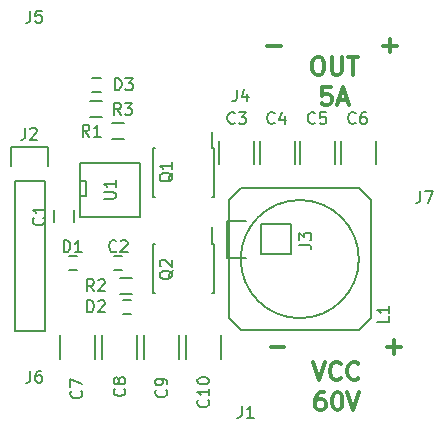
<source format=gto>
G04 #@! TF.GenerationSoftware,KiCad,Pcbnew,(2017-08-08 revision 53204e097)-makepkg*
G04 #@! TF.CreationDate,2017-10-18T16:30:53+02:00*
G04 #@! TF.ProjectId,LM510401A,4C4D353130343031412E6B696361645F,rev?*
G04 #@! TF.SameCoordinates,Original*
G04 #@! TF.FileFunction,Legend,Top*
G04 #@! TF.FilePolarity,Positive*
%FSLAX46Y46*%
G04 Gerber Fmt 4.6, Leading zero omitted, Abs format (unit mm)*
G04 Created by KiCad (PCBNEW (2017-08-08 revision 53204e097)-makepkg) date 10/18/17 16:30:53*
%MOMM*%
%LPD*%
G01*
G04 APERTURE LIST*
%ADD10C,0.300000*%
%ADD11C,0.150000*%
G04 APERTURE END LIST*
D10*
X142970500Y-111378071D02*
X143470500Y-112878071D01*
X143970500Y-111378071D01*
X145327642Y-112735214D02*
X145256214Y-112806642D01*
X145041928Y-112878071D01*
X144899071Y-112878071D01*
X144684785Y-112806642D01*
X144541928Y-112663785D01*
X144470500Y-112520928D01*
X144399071Y-112235214D01*
X144399071Y-112020928D01*
X144470500Y-111735214D01*
X144541928Y-111592357D01*
X144684785Y-111449500D01*
X144899071Y-111378071D01*
X145041928Y-111378071D01*
X145256214Y-111449500D01*
X145327642Y-111520928D01*
X146827642Y-112735214D02*
X146756214Y-112806642D01*
X146541928Y-112878071D01*
X146399071Y-112878071D01*
X146184785Y-112806642D01*
X146041928Y-112663785D01*
X145970500Y-112520928D01*
X145899071Y-112235214D01*
X145899071Y-112020928D01*
X145970500Y-111735214D01*
X146041928Y-111592357D01*
X146184785Y-111449500D01*
X146399071Y-111378071D01*
X146541928Y-111378071D01*
X146756214Y-111449500D01*
X146827642Y-111520928D01*
X143899071Y-113928071D02*
X143613357Y-113928071D01*
X143470500Y-113999500D01*
X143399071Y-114070928D01*
X143256214Y-114285214D01*
X143184785Y-114570928D01*
X143184785Y-115142357D01*
X143256214Y-115285214D01*
X143327642Y-115356642D01*
X143470500Y-115428071D01*
X143756214Y-115428071D01*
X143899071Y-115356642D01*
X143970500Y-115285214D01*
X144041928Y-115142357D01*
X144041928Y-114785214D01*
X143970500Y-114642357D01*
X143899071Y-114570928D01*
X143756214Y-114499500D01*
X143470500Y-114499500D01*
X143327642Y-114570928D01*
X143256214Y-114642357D01*
X143184785Y-114785214D01*
X144970500Y-113928071D02*
X145113357Y-113928071D01*
X145256214Y-113999500D01*
X145327642Y-114070928D01*
X145399071Y-114213785D01*
X145470500Y-114499500D01*
X145470500Y-114856642D01*
X145399071Y-115142357D01*
X145327642Y-115285214D01*
X145256214Y-115356642D01*
X145113357Y-115428071D01*
X144970500Y-115428071D01*
X144827642Y-115356642D01*
X144756214Y-115285214D01*
X144684785Y-115142357D01*
X144613357Y-114856642D01*
X144613357Y-114499500D01*
X144684785Y-114213785D01*
X144756214Y-114070928D01*
X144827642Y-113999500D01*
X144970500Y-113928071D01*
X145899071Y-113928071D02*
X146399071Y-115428071D01*
X146899071Y-113928071D01*
X143280000Y-85533571D02*
X143565714Y-85533571D01*
X143708571Y-85605000D01*
X143851428Y-85747857D01*
X143922857Y-86033571D01*
X143922857Y-86533571D01*
X143851428Y-86819285D01*
X143708571Y-86962142D01*
X143565714Y-87033571D01*
X143280000Y-87033571D01*
X143137142Y-86962142D01*
X142994285Y-86819285D01*
X142922857Y-86533571D01*
X142922857Y-86033571D01*
X142994285Y-85747857D01*
X143137142Y-85605000D01*
X143280000Y-85533571D01*
X144565714Y-85533571D02*
X144565714Y-86747857D01*
X144637142Y-86890714D01*
X144708571Y-86962142D01*
X144851428Y-87033571D01*
X145137142Y-87033571D01*
X145280000Y-86962142D01*
X145351428Y-86890714D01*
X145422857Y-86747857D01*
X145422857Y-85533571D01*
X145922857Y-85533571D02*
X146780000Y-85533571D01*
X146351428Y-87033571D02*
X146351428Y-85533571D01*
X144494285Y-88083571D02*
X143780000Y-88083571D01*
X143708571Y-88797857D01*
X143780000Y-88726428D01*
X143922857Y-88655000D01*
X144280000Y-88655000D01*
X144422857Y-88726428D01*
X144494285Y-88797857D01*
X144565714Y-88940714D01*
X144565714Y-89297857D01*
X144494285Y-89440714D01*
X144422857Y-89512142D01*
X144280000Y-89583571D01*
X143922857Y-89583571D01*
X143780000Y-89512142D01*
X143708571Y-89440714D01*
X145137142Y-89155000D02*
X145851428Y-89155000D01*
X144994285Y-89583571D02*
X145494285Y-88083571D01*
X145994285Y-89583571D01*
X150407000Y-110065357D02*
X149264142Y-110065357D01*
X149835571Y-109493928D02*
X149835571Y-110636785D01*
X140549857Y-110065357D02*
X139407000Y-110065357D01*
X139089500Y-84562142D02*
X140232357Y-84562142D01*
X148946642Y-84562142D02*
X150089500Y-84562142D01*
X149518071Y-85133571D02*
X149518071Y-83990714D01*
D11*
X134578800Y-101353800D02*
X134433800Y-101353800D01*
X134578800Y-105503800D02*
X134433800Y-105503800D01*
X129428800Y-105503800D02*
X129573800Y-105503800D01*
X129428800Y-101353800D02*
X129573800Y-101353800D01*
X134578800Y-101353800D02*
X134578800Y-105503800D01*
X129428800Y-101353800D02*
X129428800Y-105503800D01*
X134433800Y-101353800D02*
X134433800Y-99953800D01*
X123032000Y-103597000D02*
X122332000Y-103597000D01*
X122332000Y-102397000D02*
X123032000Y-102397000D01*
X138557000Y-99695000D02*
X141097000Y-99695000D01*
X135737000Y-99415000D02*
X137287000Y-99415000D01*
X138557000Y-99695000D02*
X138557000Y-102235000D01*
X137287000Y-102515000D02*
X135737000Y-102515000D01*
X135737000Y-102515000D02*
X135737000Y-99415000D01*
X138557000Y-102235000D02*
X141097000Y-102235000D01*
X141097000Y-102235000D02*
X141097000Y-99695000D01*
X126853200Y-106080000D02*
X127553200Y-106080000D01*
X127553200Y-107280000D02*
X126853200Y-107280000D01*
X124987800Y-88484000D02*
X124287800Y-88484000D01*
X124287800Y-87284000D02*
X124987800Y-87284000D01*
X146860260Y-102641400D02*
G75*
G03X146860260Y-102641400I-5001260J0D01*
G01*
X135859520Y-102641400D02*
X135859520Y-97640140D01*
X135859520Y-97640140D02*
X136857740Y-96641920D01*
X136857740Y-96641920D02*
X146860260Y-96641920D01*
X146860260Y-96641920D02*
X147858480Y-97640140D01*
X147858480Y-97640140D02*
X147858480Y-107642660D01*
X147858480Y-107642660D02*
X146860260Y-108640880D01*
X146860260Y-108640880D02*
X136857740Y-108640880D01*
X136857740Y-108640880D02*
X135859520Y-107642660D01*
X135859520Y-107642660D02*
X135859520Y-102641400D01*
X125941200Y-91120600D02*
X126941200Y-91120600D01*
X126941200Y-92470600D02*
X125941200Y-92470600D01*
X126677800Y-104252400D02*
X127677800Y-104252400D01*
X127677800Y-105602400D02*
X126677800Y-105602400D01*
X124137800Y-89266400D02*
X125137800Y-89266400D01*
X125137800Y-90616400D02*
X124137800Y-90616400D01*
X123266200Y-94513400D02*
X128346200Y-94513400D01*
X128346200Y-94513400D02*
X128346200Y-99085400D01*
X128346200Y-99085400D02*
X123266200Y-99085400D01*
X123266200Y-99085400D02*
X123266200Y-94513400D01*
X123266200Y-96037400D02*
X123774200Y-96037400D01*
X123774200Y-96037400D02*
X123774200Y-97307400D01*
X123774200Y-97307400D02*
X123266200Y-97307400D01*
X121044600Y-98483800D02*
X121044600Y-99483800D01*
X122744600Y-99483800D02*
X122744600Y-98483800D01*
X126091200Y-102397000D02*
X126791200Y-102397000D01*
X126791200Y-103597000D02*
X126091200Y-103597000D01*
X138479000Y-92624400D02*
X138479000Y-94624400D01*
X141429000Y-94624400D02*
X141429000Y-92624400D01*
X144832600Y-94624400D02*
X144832600Y-92624400D01*
X141882600Y-92624400D02*
X141882600Y-94624400D01*
X145337000Y-92624400D02*
X145337000Y-94624400D01*
X148287000Y-94624400D02*
X148287000Y-92624400D01*
X135050000Y-92624400D02*
X135050000Y-94624400D01*
X138000000Y-94624400D02*
X138000000Y-92624400D01*
X134433800Y-93251200D02*
X134433800Y-91851200D01*
X129428800Y-93251200D02*
X129428800Y-97401200D01*
X134578800Y-93251200D02*
X134578800Y-97401200D01*
X129428800Y-93251200D02*
X129573800Y-93251200D01*
X129428800Y-97401200D02*
X129573800Y-97401200D01*
X134578800Y-97401200D02*
X134433800Y-97401200D01*
X134578800Y-93251200D02*
X134433800Y-93251200D01*
X124538000Y-111109000D02*
X124538000Y-109109000D01*
X121588000Y-109109000D02*
X121588000Y-111109000D01*
X128094000Y-111109000D02*
X128094000Y-109109000D01*
X125144000Y-109109000D02*
X125144000Y-111109000D01*
X131611900Y-111070900D02*
X131611900Y-109070900D01*
X128661900Y-109070900D02*
X128661900Y-111070900D01*
X132217900Y-109070900D02*
X132217900Y-111070900D01*
X135167900Y-111070900D02*
X135167900Y-109070900D01*
X120269000Y-96012000D02*
X120269000Y-108712000D01*
X120269000Y-108712000D02*
X117729000Y-108712000D01*
X117729000Y-108712000D02*
X117729000Y-96012000D01*
X120549000Y-93192000D02*
X120549000Y-94742000D01*
X120269000Y-96012000D02*
X117729000Y-96012000D01*
X117449000Y-94742000D02*
X117449000Y-93192000D01*
X117449000Y-93192000D02*
X120549000Y-93192000D01*
X131103619Y-103600238D02*
X131056000Y-103695476D01*
X130960761Y-103790714D01*
X130817904Y-103933571D01*
X130770285Y-104028809D01*
X130770285Y-104124047D01*
X131008380Y-104076428D02*
X130960761Y-104171666D01*
X130865523Y-104266904D01*
X130675047Y-104314523D01*
X130341714Y-104314523D01*
X130151238Y-104266904D01*
X130056000Y-104171666D01*
X130008380Y-104076428D01*
X130008380Y-103885952D01*
X130056000Y-103790714D01*
X130151238Y-103695476D01*
X130341714Y-103647857D01*
X130675047Y-103647857D01*
X130865523Y-103695476D01*
X130960761Y-103790714D01*
X131008380Y-103885952D01*
X131008380Y-104076428D01*
X130103619Y-103266904D02*
X130056000Y-103219285D01*
X130008380Y-103124047D01*
X130008380Y-102885952D01*
X130056000Y-102790714D01*
X130103619Y-102743095D01*
X130198857Y-102695476D01*
X130294095Y-102695476D01*
X130436952Y-102743095D01*
X131008380Y-103314523D01*
X131008380Y-102695476D01*
X121867704Y-102052380D02*
X121867704Y-101052380D01*
X122105800Y-101052380D01*
X122248657Y-101100000D01*
X122343895Y-101195238D01*
X122391514Y-101290476D01*
X122439133Y-101480952D01*
X122439133Y-101623809D01*
X122391514Y-101814285D01*
X122343895Y-101909523D01*
X122248657Y-102004761D01*
X122105800Y-102052380D01*
X121867704Y-102052380D01*
X123391514Y-102052380D02*
X122820085Y-102052380D01*
X123105800Y-102052380D02*
X123105800Y-101052380D01*
X123010561Y-101195238D01*
X122915323Y-101290476D01*
X122820085Y-101338095D01*
X141819380Y-101425333D02*
X142533666Y-101425333D01*
X142676523Y-101472952D01*
X142771761Y-101568190D01*
X142819380Y-101711047D01*
X142819380Y-101806285D01*
X141819380Y-101044380D02*
X141819380Y-100425333D01*
X142200333Y-100758666D01*
X142200333Y-100615809D01*
X142247952Y-100520571D01*
X142295571Y-100472952D01*
X142390809Y-100425333D01*
X142628904Y-100425333D01*
X142724142Y-100472952D01*
X142771761Y-100520571D01*
X142819380Y-100615809D01*
X142819380Y-100901523D01*
X142771761Y-100996761D01*
X142724142Y-101044380D01*
X123848904Y-107132380D02*
X123848904Y-106132380D01*
X124087000Y-106132380D01*
X124229857Y-106180000D01*
X124325095Y-106275238D01*
X124372714Y-106370476D01*
X124420333Y-106560952D01*
X124420333Y-106703809D01*
X124372714Y-106894285D01*
X124325095Y-106989523D01*
X124229857Y-107084761D01*
X124087000Y-107132380D01*
X123848904Y-107132380D01*
X124801285Y-106227619D02*
X124848904Y-106180000D01*
X124944142Y-106132380D01*
X125182238Y-106132380D01*
X125277476Y-106180000D01*
X125325095Y-106227619D01*
X125372714Y-106322857D01*
X125372714Y-106418095D01*
X125325095Y-106560952D01*
X124753666Y-107132380D01*
X125372714Y-107132380D01*
X126198404Y-88336380D02*
X126198404Y-87336380D01*
X126436500Y-87336380D01*
X126579357Y-87384000D01*
X126674595Y-87479238D01*
X126722214Y-87574476D01*
X126769833Y-87764952D01*
X126769833Y-87907809D01*
X126722214Y-88098285D01*
X126674595Y-88193523D01*
X126579357Y-88288761D01*
X126436500Y-88336380D01*
X126198404Y-88336380D01*
X127103166Y-87336380D02*
X127722214Y-87336380D01*
X127388880Y-87717333D01*
X127531738Y-87717333D01*
X127626976Y-87764952D01*
X127674595Y-87812571D01*
X127722214Y-87907809D01*
X127722214Y-88145904D01*
X127674595Y-88241142D01*
X127626976Y-88288761D01*
X127531738Y-88336380D01*
X127246023Y-88336380D01*
X127150785Y-88288761D01*
X127103166Y-88241142D01*
X149423380Y-107481666D02*
X149423380Y-107957857D01*
X148423380Y-107957857D01*
X149423380Y-106624523D02*
X149423380Y-107195952D01*
X149423380Y-106910238D02*
X148423380Y-106910238D01*
X148566238Y-107005476D01*
X148661476Y-107100714D01*
X148709095Y-107195952D01*
X124039333Y-92273380D02*
X123706000Y-91797190D01*
X123467904Y-92273380D02*
X123467904Y-91273380D01*
X123848857Y-91273380D01*
X123944095Y-91321000D01*
X123991714Y-91368619D01*
X124039333Y-91463857D01*
X124039333Y-91606714D01*
X123991714Y-91701952D01*
X123944095Y-91749571D01*
X123848857Y-91797190D01*
X123467904Y-91797190D01*
X124991714Y-92273380D02*
X124420285Y-92273380D01*
X124706000Y-92273380D02*
X124706000Y-91273380D01*
X124610761Y-91416238D01*
X124515523Y-91511476D01*
X124420285Y-91559095D01*
X124420333Y-105354380D02*
X124087000Y-104878190D01*
X123848904Y-105354380D02*
X123848904Y-104354380D01*
X124229857Y-104354380D01*
X124325095Y-104402000D01*
X124372714Y-104449619D01*
X124420333Y-104544857D01*
X124420333Y-104687714D01*
X124372714Y-104782952D01*
X124325095Y-104830571D01*
X124229857Y-104878190D01*
X123848904Y-104878190D01*
X124801285Y-104449619D02*
X124848904Y-104402000D01*
X124944142Y-104354380D01*
X125182238Y-104354380D01*
X125277476Y-104402000D01*
X125325095Y-104449619D01*
X125372714Y-104544857D01*
X125372714Y-104640095D01*
X125325095Y-104782952D01*
X124753666Y-105354380D01*
X125372714Y-105354380D01*
X126706333Y-90431880D02*
X126373000Y-89955690D01*
X126134904Y-90431880D02*
X126134904Y-89431880D01*
X126515857Y-89431880D01*
X126611095Y-89479500D01*
X126658714Y-89527119D01*
X126706333Y-89622357D01*
X126706333Y-89765214D01*
X126658714Y-89860452D01*
X126611095Y-89908071D01*
X126515857Y-89955690D01*
X126134904Y-89955690D01*
X127039666Y-89431880D02*
X127658714Y-89431880D01*
X127325380Y-89812833D01*
X127468238Y-89812833D01*
X127563476Y-89860452D01*
X127611095Y-89908071D01*
X127658714Y-90003309D01*
X127658714Y-90241404D01*
X127611095Y-90336642D01*
X127563476Y-90384261D01*
X127468238Y-90431880D01*
X127182523Y-90431880D01*
X127087285Y-90384261D01*
X127039666Y-90336642D01*
X125258580Y-97535904D02*
X126068104Y-97535904D01*
X126163342Y-97488285D01*
X126210961Y-97440666D01*
X126258580Y-97345428D01*
X126258580Y-97154952D01*
X126210961Y-97059714D01*
X126163342Y-97012095D01*
X126068104Y-96964476D01*
X125258580Y-96964476D01*
X126258580Y-95964476D02*
X126258580Y-96535904D01*
X126258580Y-96250190D02*
X125258580Y-96250190D01*
X125401438Y-96345428D01*
X125496676Y-96440666D01*
X125544295Y-96535904D01*
X120151742Y-99150466D02*
X120199361Y-99198085D01*
X120246980Y-99340942D01*
X120246980Y-99436180D01*
X120199361Y-99579038D01*
X120104123Y-99674276D01*
X120008885Y-99721895D01*
X119818409Y-99769514D01*
X119675552Y-99769514D01*
X119485076Y-99721895D01*
X119389838Y-99674276D01*
X119294600Y-99579038D01*
X119246980Y-99436180D01*
X119246980Y-99340942D01*
X119294600Y-99198085D01*
X119342219Y-99150466D01*
X120246980Y-98198085D02*
X120246980Y-98769514D01*
X120246980Y-98483800D02*
X119246980Y-98483800D01*
X119389838Y-98579038D01*
X119485076Y-98674276D01*
X119532695Y-98769514D01*
X126325333Y-101957142D02*
X126277714Y-102004761D01*
X126134857Y-102052380D01*
X126039619Y-102052380D01*
X125896761Y-102004761D01*
X125801523Y-101909523D01*
X125753904Y-101814285D01*
X125706285Y-101623809D01*
X125706285Y-101480952D01*
X125753904Y-101290476D01*
X125801523Y-101195238D01*
X125896761Y-101100000D01*
X126039619Y-101052380D01*
X126134857Y-101052380D01*
X126277714Y-101100000D01*
X126325333Y-101147619D01*
X126706285Y-101147619D02*
X126753904Y-101100000D01*
X126849142Y-101052380D01*
X127087238Y-101052380D01*
X127182476Y-101100000D01*
X127230095Y-101147619D01*
X127277714Y-101242857D01*
X127277714Y-101338095D01*
X127230095Y-101480952D01*
X126658666Y-102052380D01*
X127277714Y-102052380D01*
X139723833Y-91098642D02*
X139676214Y-91146261D01*
X139533357Y-91193880D01*
X139438119Y-91193880D01*
X139295261Y-91146261D01*
X139200023Y-91051023D01*
X139152404Y-90955785D01*
X139104785Y-90765309D01*
X139104785Y-90622452D01*
X139152404Y-90431976D01*
X139200023Y-90336738D01*
X139295261Y-90241500D01*
X139438119Y-90193880D01*
X139533357Y-90193880D01*
X139676214Y-90241500D01*
X139723833Y-90289119D01*
X140580976Y-90527214D02*
X140580976Y-91193880D01*
X140342880Y-90146261D02*
X140104785Y-90860547D01*
X140723833Y-90860547D01*
X143152833Y-91098642D02*
X143105214Y-91146261D01*
X142962357Y-91193880D01*
X142867119Y-91193880D01*
X142724261Y-91146261D01*
X142629023Y-91051023D01*
X142581404Y-90955785D01*
X142533785Y-90765309D01*
X142533785Y-90622452D01*
X142581404Y-90431976D01*
X142629023Y-90336738D01*
X142724261Y-90241500D01*
X142867119Y-90193880D01*
X142962357Y-90193880D01*
X143105214Y-90241500D01*
X143152833Y-90289119D01*
X144057595Y-90193880D02*
X143581404Y-90193880D01*
X143533785Y-90670071D01*
X143581404Y-90622452D01*
X143676642Y-90574833D01*
X143914738Y-90574833D01*
X144009976Y-90622452D01*
X144057595Y-90670071D01*
X144105214Y-90765309D01*
X144105214Y-91003404D01*
X144057595Y-91098642D01*
X144009976Y-91146261D01*
X143914738Y-91193880D01*
X143676642Y-91193880D01*
X143581404Y-91146261D01*
X143533785Y-91098642D01*
X146581833Y-91098642D02*
X146534214Y-91146261D01*
X146391357Y-91193880D01*
X146296119Y-91193880D01*
X146153261Y-91146261D01*
X146058023Y-91051023D01*
X146010404Y-90955785D01*
X145962785Y-90765309D01*
X145962785Y-90622452D01*
X146010404Y-90431976D01*
X146058023Y-90336738D01*
X146153261Y-90241500D01*
X146296119Y-90193880D01*
X146391357Y-90193880D01*
X146534214Y-90241500D01*
X146581833Y-90289119D01*
X147438976Y-90193880D02*
X147248500Y-90193880D01*
X147153261Y-90241500D01*
X147105642Y-90289119D01*
X147010404Y-90431976D01*
X146962785Y-90622452D01*
X146962785Y-91003404D01*
X147010404Y-91098642D01*
X147058023Y-91146261D01*
X147153261Y-91193880D01*
X147343738Y-91193880D01*
X147438976Y-91146261D01*
X147486595Y-91098642D01*
X147534214Y-91003404D01*
X147534214Y-90765309D01*
X147486595Y-90670071D01*
X147438976Y-90622452D01*
X147343738Y-90574833D01*
X147153261Y-90574833D01*
X147058023Y-90622452D01*
X147010404Y-90670071D01*
X146962785Y-90765309D01*
X136358333Y-91098642D02*
X136310714Y-91146261D01*
X136167857Y-91193880D01*
X136072619Y-91193880D01*
X135929761Y-91146261D01*
X135834523Y-91051023D01*
X135786904Y-90955785D01*
X135739285Y-90765309D01*
X135739285Y-90622452D01*
X135786904Y-90431976D01*
X135834523Y-90336738D01*
X135929761Y-90241500D01*
X136072619Y-90193880D01*
X136167857Y-90193880D01*
X136310714Y-90241500D01*
X136358333Y-90289119D01*
X136691666Y-90193880D02*
X137310714Y-90193880D01*
X136977380Y-90574833D01*
X137120238Y-90574833D01*
X137215476Y-90622452D01*
X137263095Y-90670071D01*
X137310714Y-90765309D01*
X137310714Y-91003404D01*
X137263095Y-91098642D01*
X137215476Y-91146261D01*
X137120238Y-91193880D01*
X136834523Y-91193880D01*
X136739285Y-91146261D01*
X136691666Y-91098642D01*
X131103619Y-95345238D02*
X131056000Y-95440476D01*
X130960761Y-95535714D01*
X130817904Y-95678571D01*
X130770285Y-95773809D01*
X130770285Y-95869047D01*
X131008380Y-95821428D02*
X130960761Y-95916666D01*
X130865523Y-96011904D01*
X130675047Y-96059523D01*
X130341714Y-96059523D01*
X130151238Y-96011904D01*
X130056000Y-95916666D01*
X130008380Y-95821428D01*
X130008380Y-95630952D01*
X130056000Y-95535714D01*
X130151238Y-95440476D01*
X130341714Y-95392857D01*
X130675047Y-95392857D01*
X130865523Y-95440476D01*
X130960761Y-95535714D01*
X131008380Y-95630952D01*
X131008380Y-95821428D01*
X131008380Y-94440476D02*
X131008380Y-95011904D01*
X131008380Y-94726190D02*
X130008380Y-94726190D01*
X130151238Y-94821428D01*
X130246476Y-94916666D01*
X130294095Y-95011904D01*
X123343942Y-113806266D02*
X123391561Y-113853885D01*
X123439180Y-113996742D01*
X123439180Y-114091980D01*
X123391561Y-114234838D01*
X123296323Y-114330076D01*
X123201085Y-114377695D01*
X123010609Y-114425314D01*
X122867752Y-114425314D01*
X122677276Y-114377695D01*
X122582038Y-114330076D01*
X122486800Y-114234838D01*
X122439180Y-114091980D01*
X122439180Y-113996742D01*
X122486800Y-113853885D01*
X122534419Y-113806266D01*
X122439180Y-113472933D02*
X122439180Y-112806266D01*
X123439180Y-113234838D01*
X127001542Y-113615766D02*
X127049161Y-113663385D01*
X127096780Y-113806242D01*
X127096780Y-113901480D01*
X127049161Y-114044338D01*
X126953923Y-114139576D01*
X126858685Y-114187195D01*
X126668209Y-114234814D01*
X126525352Y-114234814D01*
X126334876Y-114187195D01*
X126239638Y-114139576D01*
X126144400Y-114044338D01*
X126096780Y-113901480D01*
X126096780Y-113806242D01*
X126144400Y-113663385D01*
X126192019Y-113615766D01*
X126525352Y-113044338D02*
X126477733Y-113139576D01*
X126430114Y-113187195D01*
X126334876Y-113234814D01*
X126287257Y-113234814D01*
X126192019Y-113187195D01*
X126144400Y-113139576D01*
X126096780Y-113044338D01*
X126096780Y-112853861D01*
X126144400Y-112758623D01*
X126192019Y-112711004D01*
X126287257Y-112663385D01*
X126334876Y-112663385D01*
X126430114Y-112711004D01*
X126477733Y-112758623D01*
X126525352Y-112853861D01*
X126525352Y-113044338D01*
X126572971Y-113139576D01*
X126620590Y-113187195D01*
X126715828Y-113234814D01*
X126906304Y-113234814D01*
X127001542Y-113187195D01*
X127049161Y-113139576D01*
X127096780Y-113044338D01*
X127096780Y-112853861D01*
X127049161Y-112758623D01*
X127001542Y-112711004D01*
X126906304Y-112663385D01*
X126715828Y-112663385D01*
X126620590Y-112711004D01*
X126572971Y-112758623D01*
X126525352Y-112853861D01*
X130532142Y-113704666D02*
X130579761Y-113752285D01*
X130627380Y-113895142D01*
X130627380Y-113990380D01*
X130579761Y-114133238D01*
X130484523Y-114228476D01*
X130389285Y-114276095D01*
X130198809Y-114323714D01*
X130055952Y-114323714D01*
X129865476Y-114276095D01*
X129770238Y-114228476D01*
X129675000Y-114133238D01*
X129627380Y-113990380D01*
X129627380Y-113895142D01*
X129675000Y-113752285D01*
X129722619Y-113704666D01*
X130627380Y-113228476D02*
X130627380Y-113038000D01*
X130579761Y-112942761D01*
X130532142Y-112895142D01*
X130389285Y-112799904D01*
X130198809Y-112752285D01*
X129817857Y-112752285D01*
X129722619Y-112799904D01*
X129675000Y-112847523D01*
X129627380Y-112942761D01*
X129627380Y-113133238D01*
X129675000Y-113228476D01*
X129722619Y-113276095D01*
X129817857Y-113323714D01*
X130055952Y-113323714D01*
X130151190Y-113276095D01*
X130198809Y-113228476D01*
X130246428Y-113133238D01*
X130246428Y-112942761D01*
X130198809Y-112847523D01*
X130151190Y-112799904D01*
X130055952Y-112752285D01*
X134088142Y-114561857D02*
X134135761Y-114609476D01*
X134183380Y-114752333D01*
X134183380Y-114847571D01*
X134135761Y-114990428D01*
X134040523Y-115085666D01*
X133945285Y-115133285D01*
X133754809Y-115180904D01*
X133611952Y-115180904D01*
X133421476Y-115133285D01*
X133326238Y-115085666D01*
X133231000Y-114990428D01*
X133183380Y-114847571D01*
X133183380Y-114752333D01*
X133231000Y-114609476D01*
X133278619Y-114561857D01*
X134183380Y-113609476D02*
X134183380Y-114180904D01*
X134183380Y-113895190D02*
X133183380Y-113895190D01*
X133326238Y-113990428D01*
X133421476Y-114085666D01*
X133469095Y-114180904D01*
X133183380Y-112990428D02*
X133183380Y-112895190D01*
X133231000Y-112799952D01*
X133278619Y-112752333D01*
X133373857Y-112704714D01*
X133564333Y-112657095D01*
X133802428Y-112657095D01*
X133992904Y-112704714D01*
X134088142Y-112752333D01*
X134135761Y-112799952D01*
X134183380Y-112895190D01*
X134183380Y-112990428D01*
X134135761Y-113085666D01*
X134088142Y-113133285D01*
X133992904Y-113180904D01*
X133802428Y-113228523D01*
X133564333Y-113228523D01*
X133373857Y-113180904D01*
X133278619Y-113133285D01*
X133231000Y-113085666D01*
X133183380Y-112990428D01*
X118602166Y-91527380D02*
X118602166Y-92241666D01*
X118554547Y-92384523D01*
X118459309Y-92479761D01*
X118316452Y-92527380D01*
X118221214Y-92527380D01*
X119030738Y-91622619D02*
X119078357Y-91575000D01*
X119173595Y-91527380D01*
X119411690Y-91527380D01*
X119506928Y-91575000D01*
X119554547Y-91622619D01*
X119602166Y-91717857D01*
X119602166Y-91813095D01*
X119554547Y-91955952D01*
X118983119Y-92527380D01*
X119602166Y-92527380D01*
X136509166Y-88288880D02*
X136509166Y-89003166D01*
X136461547Y-89146023D01*
X136366309Y-89241261D01*
X136223452Y-89288880D01*
X136128214Y-89288880D01*
X137413928Y-88622214D02*
X137413928Y-89288880D01*
X137175833Y-88241261D02*
X136937738Y-88955547D01*
X137556785Y-88955547D01*
X136953666Y-115085880D02*
X136953666Y-115800166D01*
X136906047Y-115943023D01*
X136810809Y-116038261D01*
X136667952Y-116085880D01*
X136572714Y-116085880D01*
X137953666Y-116085880D02*
X137382238Y-116085880D01*
X137667952Y-116085880D02*
X137667952Y-115085880D01*
X137572714Y-115228738D01*
X137477476Y-115323976D01*
X137382238Y-115371595D01*
X119046666Y-81612380D02*
X119046666Y-82326666D01*
X118999047Y-82469523D01*
X118903809Y-82564761D01*
X118760952Y-82612380D01*
X118665714Y-82612380D01*
X119999047Y-81612380D02*
X119522857Y-81612380D01*
X119475238Y-82088571D01*
X119522857Y-82040952D01*
X119618095Y-81993333D01*
X119856190Y-81993333D01*
X119951428Y-82040952D01*
X119999047Y-82088571D01*
X120046666Y-82183809D01*
X120046666Y-82421904D01*
X119999047Y-82517142D01*
X119951428Y-82564761D01*
X119856190Y-82612380D01*
X119618095Y-82612380D01*
X119522857Y-82564761D01*
X119475238Y-82517142D01*
X119046666Y-112092380D02*
X119046666Y-112806666D01*
X118999047Y-112949523D01*
X118903809Y-113044761D01*
X118760952Y-113092380D01*
X118665714Y-113092380D01*
X119951428Y-112092380D02*
X119760952Y-112092380D01*
X119665714Y-112140000D01*
X119618095Y-112187619D01*
X119522857Y-112330476D01*
X119475238Y-112520952D01*
X119475238Y-112901904D01*
X119522857Y-112997142D01*
X119570476Y-113044761D01*
X119665714Y-113092380D01*
X119856190Y-113092380D01*
X119951428Y-113044761D01*
X119999047Y-112997142D01*
X120046666Y-112901904D01*
X120046666Y-112663809D01*
X119999047Y-112568571D01*
X119951428Y-112520952D01*
X119856190Y-112473333D01*
X119665714Y-112473333D01*
X119570476Y-112520952D01*
X119522857Y-112568571D01*
X119475238Y-112663809D01*
X152066666Y-96852380D02*
X152066666Y-97566666D01*
X152019047Y-97709523D01*
X151923809Y-97804761D01*
X151780952Y-97852380D01*
X151685714Y-97852380D01*
X152447619Y-96852380D02*
X153114285Y-96852380D01*
X152685714Y-97852380D01*
M02*

</source>
